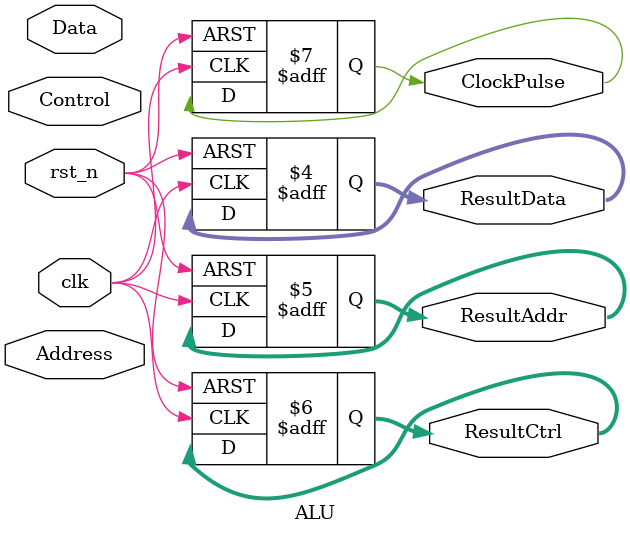
<source format=v>
`timescale 1ns / 1ps

module ALU(
    input wire clk,               // Clock signal
    input wire rst_n,             // Asynchronous reset, active high
    
    input wire [63:0] Control,
    input wire [63:0] Data,
    input wire [63:0] Address,
    
    // Result returned from the ALU (May be empty in some operations)
    output reg [63:0] ResultData,
    output reg [63:0] ResultAddr,
    output reg [63:0] ResultCtrl,
    output reg ClockPulse
);
    
    // Define registers
    reg [63:0] r0, r1, r2, r3, r4, r5, r6; // General Purpose Registers
    reg [63:0] rax, rbx, rcx, rdx, rsi, rdi; // (Return Address), (Argument Registers)
    reg [63:0] rsp, rip; // Stack Pointer, Instruction Pointer
    reg [63:0] status, err, interrupt; // Flags

    reg [63:0] page; // Page Table Address
    reg [63:0] conf; // Settings

    reg [63:0] IDT_addr; // IDT Address
    reg [15:0] IDT_size; // IDT Size

    reg [15:0] CIR; // Current Instruction Register
    reg [63:0] MAR; // Address Register
    reg [63:0] MDR; // Data Register

    // Initial block to set initial values
    initial begin
        r0 = 64'd0; r1 = 64'd0; r2 = 64'd0; r3 = 64'd0; r4 = 64'd0; r5 = 64'd0; r6 = 64'd0;
        rax = 64'd0; rbx = 64'd0; rcx = 64'd0; rdx = 64'd0; rsi = 64'd0; rdi = 64'd0;
        rsp = 64'd0; rip = 64'd0;
        status = 64'd0; err = 64'd0; interrupt = 64'd0;
        page = 64'd0; conf = 64'd0;
        IDT_addr = 64'd0; IDT_size = 16'd0;
        CIR = 16'd0; MAR = 64'd0; MDR = 64'd0;
    end

    // Always block for synchronous operations
    always @(posedge clk or negedge rst_n) begin
        if (!rst_n) begin
            // Reset all registers
            r0 <= 64'd0; r1 <= 64'd0; r2 <= 64'd0; r3 <= 64'd0; r4 <= 64'd0; r5 <= 64'd0; r6 <= 64'd0;
            rax <= 64'd0; rbx <= 64'd0; rcx <= 64'd0; rdx <= 64'd0; rsi <= 64'd0; rdi <= 64'd0;
            rsp <= 64'd0; rip <= 64'd0;
            status <= 64'd0; err <= 64'd0; interrupt <= 64'd0;
            page <= 64'd0; conf <= 64'd0;
            IDT_addr <= 64'd0; IDT_size <= 16'd0;
            CIR <= 16'd0; MAR <= 64'd0; MDR <= 64'd0;
            ResultData <= 64'd0;
            ResultAddr <= 64'd0;
            ResultCtrl <= 64'd0;
            ClockPulse <= 1'b0;
        end else begin
            // Default behavior when not resetting
            // Implement ALU operation logic here
        end
    end
    
endmodule

</source>
